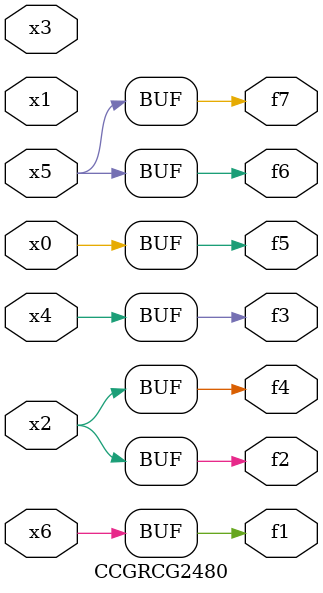
<source format=v>
module CCGRCG2480(
	input x0, x1, x2, x3, x4, x5, x6,
	output f1, f2, f3, f4, f5, f6, f7
);
	assign f1 = x6;
	assign f2 = x2;
	assign f3 = x4;
	assign f4 = x2;
	assign f5 = x0;
	assign f6 = x5;
	assign f7 = x5;
endmodule

</source>
